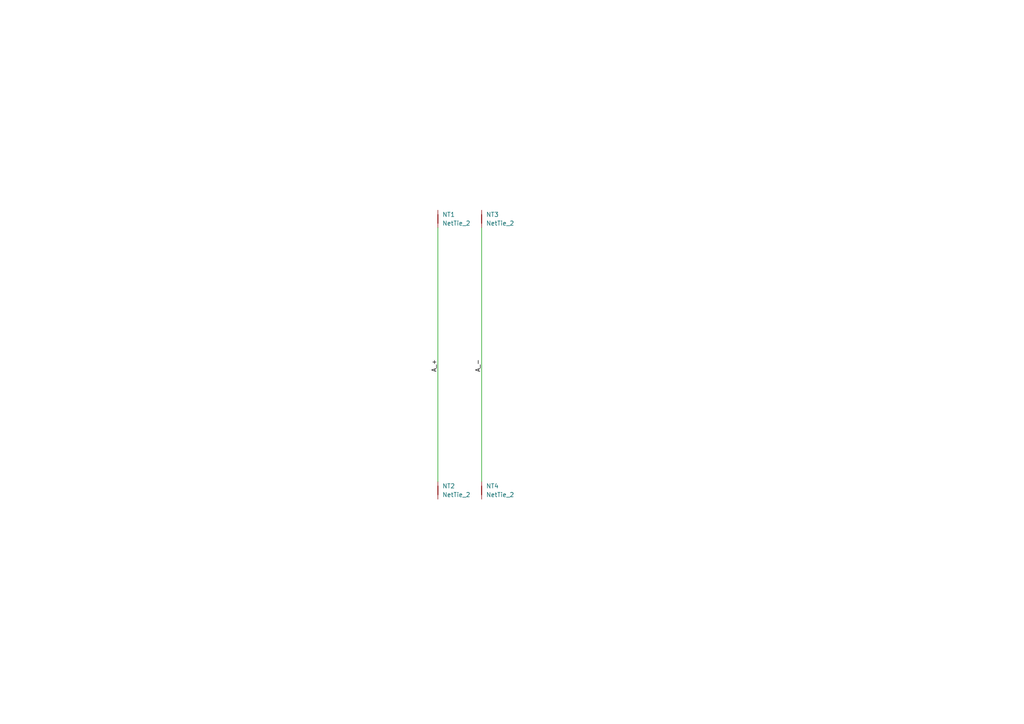
<source format=kicad_sch>
(kicad_sch (version 20211123) (generator eeschema)
  (paper "A4")
  (lib_symbols
    (symbol "Device:NetTie_2" (pin_numbers hide) (pin_names (offset 0) hide) (in_bom no)
      (property "Reference" "NT" (at 0 1.27 0))
      (property "Value" "NetTie_2" (at 0 -1.27 0))
      (symbol "NetTie_2_0_1"
        (polyline (pts (xy -1.27 0) (xy 1.27 0)) (stroke (width 0.254)))
      )
      (symbol "NetTie_2_1_1"
        (pin passive line (at -2.54 0 0) (length 2.54) (name "1") (number "1"))
        (pin passive line (at 2.54 0 180) (length 2.54) (name "2") (number "2"))
      )
    )
  )
  (wire (pts (xy 127 66.04) (xy 127 139.7)))
  (wire (pts (xy 139.7 66.04) (xy 139.7 139.7)))
  (label "A_-" (at 139.7 107.95 90))
  (label "A_+" (at 127 107.95 90))
  (symbol (lib_id "Device:NetTie_2") (at 139.7 142.24 90) (unit 1) (in_bom no)
    (property "Reference" "NT4" (at 140.97 140.9699 90) (effects (justify right)))
    (property "Value" "NetTie_2" (at 140.97 143.5099 90) (effects (justify right)))
    (property "Footprint" "NetTie:NetTie-2_SMD_Pad0.5mm" (effects hide))
  )
  (symbol (lib_id "Device:NetTie_2") (at 139.7 63.5 90) (unit 1) (in_bom no)
    (property "Reference" "NT3" (at 140.97 62.2299 90) (effects (justify right)))
    (property "Value" "NetTie_2" (at 140.97 64.7699 90) (effects (justify right)))
    (property "Footprint" "NetTie:NetTie-2_SMD_Pad0.5mm" (effects hide))
  )
  (symbol (lib_id "Device:NetTie_2") (at 127 142.24 90) (unit 1) (in_bom no)
    (property "Reference" "NT2" (at 128.27 140.9699 90) (effects (justify right)))
    (property "Value" "NetTie_2" (at 128.27 143.5099 90) (effects (justify right)))
    (property "Footprint" "NetTie:NetTie-2_SMD_Pad0.5mm" (effects hide))
  )
  (symbol (lib_id "Device:NetTie_2") (at 127 63.5 90) (unit 1) (in_bom no)
    (property "Reference" "NT1" (at 128.27 62.2299 90) (effects (justify right)))
    (property "Value" "NetTie_2" (at 128.27 64.7699 90) (effects (justify right)))
    (property "Footprint" "NetTie:NetTie-2_SMD_Pad0.5mm" (effects hide))
  )
)
</source>
